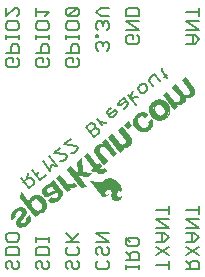
<source format=gbr>
G04 EAGLE Gerber RS-274X export*
G75*
%MOMM*%
%FSLAX34Y34*%
%LPD*%
%INSilkscreen Bottom*%
%IPPOS*%
%AMOC8*
5,1,8,0,0,1.08239X$1,22.5*%
G01*
%ADD10C,0.203200*%
%ADD11C,0.025400*%
%ADD12R,0.495300X0.485100*%

G36*
X100862Y86896D02*
X100862Y86896D01*
X100872Y86900D01*
X100883Y86899D01*
X101737Y87073D01*
X101746Y87080D01*
X101760Y87080D01*
X102564Y87415D01*
X102573Y87423D01*
X102586Y87426D01*
X103311Y87909D01*
X103317Y87918D01*
X103328Y87922D01*
X103985Y88544D01*
X103989Y88553D01*
X103998Y88558D01*
X104554Y89271D01*
X104557Y89282D01*
X104566Y89290D01*
X104683Y89509D01*
X104870Y89848D01*
X104870Y89849D01*
X105132Y90334D01*
X105133Y90349D01*
X105143Y90363D01*
X105277Y90897D01*
X105276Y90905D01*
X105280Y90913D01*
X105284Y90947D01*
X105285Y90949D01*
X105285Y90950D01*
X105286Y90950D01*
X105271Y90997D01*
X105258Y91043D01*
X105257Y91044D01*
X105257Y91045D01*
X105213Y91067D01*
X105171Y91089D01*
X105170Y91089D01*
X105169Y91090D01*
X105126Y91077D01*
X105084Y91064D01*
X105083Y91064D01*
X105083Y91063D01*
X105082Y91063D01*
X104607Y90692D01*
X104169Y90422D01*
X103698Y90230D01*
X103162Y90135D01*
X102622Y90183D01*
X102114Y90370D01*
X101671Y90682D01*
X101475Y90913D01*
X101337Y91186D01*
X101195Y91702D01*
X101136Y92238D01*
X101160Y92776D01*
X101267Y93309D01*
X101577Y94377D01*
X101808Y94874D01*
X102165Y95277D01*
X102625Y95563D01*
X102802Y95619D01*
X103239Y95645D01*
X103664Y95547D01*
X103762Y95492D01*
X103849Y95408D01*
X104391Y94714D01*
X104429Y94693D01*
X104466Y94668D01*
X104472Y94669D01*
X104477Y94666D01*
X104519Y94679D01*
X104563Y94688D01*
X104566Y94693D01*
X104571Y94695D01*
X104585Y94721D01*
X104613Y94764D01*
X104933Y96183D01*
X104931Y96196D01*
X104937Y96209D01*
X104951Y97663D01*
X104946Y97674D01*
X104949Y97686D01*
X104769Y98731D01*
X104764Y98739D01*
X104764Y98749D01*
X104432Y99756D01*
X104426Y99763D01*
X104425Y99773D01*
X103947Y100720D01*
X103940Y100726D01*
X103937Y100737D01*
X102797Y102294D01*
X102787Y102300D01*
X102782Y102311D01*
X101380Y103636D01*
X101370Y103640D01*
X101362Y103651D01*
X99744Y104701D01*
X99733Y104703D01*
X99724Y104712D01*
X97943Y105453D01*
X97933Y105453D01*
X97924Y105460D01*
X96546Y105787D01*
X96537Y105786D01*
X96528Y105790D01*
X95117Y105921D01*
X95109Y105919D01*
X95100Y105922D01*
X93684Y105853D01*
X93675Y105849D01*
X93664Y105850D01*
X92325Y105566D01*
X92316Y105559D01*
X92303Y105559D01*
X91038Y105037D01*
X91030Y105029D01*
X91018Y105027D01*
X89867Y104285D01*
X89864Y104280D01*
X89858Y104279D01*
X88065Y102878D01*
X87735Y102702D01*
X87381Y102586D01*
X86238Y102440D01*
X85083Y102531D01*
X77869Y103852D01*
X77864Y103851D01*
X77860Y103853D01*
X77817Y103840D01*
X77773Y103830D01*
X77771Y103826D01*
X77766Y103825D01*
X77745Y103785D01*
X77722Y103746D01*
X77723Y103742D01*
X77721Y103737D01*
X77743Y103662D01*
X77746Y103651D01*
X77747Y103651D01*
X77747Y103650D01*
X87083Y91701D01*
X87088Y91698D01*
X87090Y91693D01*
X87656Y91080D01*
X87668Y91075D01*
X87676Y91063D01*
X88358Y90581D01*
X88370Y90579D01*
X88381Y90568D01*
X89147Y90239D01*
X89160Y90239D01*
X89172Y90231D01*
X89880Y90087D01*
X89892Y90089D01*
X89906Y90084D01*
X90629Y90085D01*
X90640Y90090D01*
X90654Y90088D01*
X91362Y90234D01*
X91372Y90241D01*
X91386Y90242D01*
X92051Y90527D01*
X92058Y90535D01*
X92071Y90538D01*
X92856Y91059D01*
X92862Y91067D01*
X92872Y91071D01*
X93567Y91707D01*
X93570Y91712D01*
X93574Y91714D01*
X93908Y92072D01*
X93924Y92115D01*
X93942Y92157D01*
X93941Y92160D01*
X93942Y92164D01*
X93922Y92205D01*
X93905Y92248D01*
X93901Y92249D01*
X93899Y92253D01*
X93856Y92267D01*
X93813Y92284D01*
X93809Y92282D01*
X93806Y92284D01*
X93768Y92265D01*
X93729Y92249D01*
X93614Y92140D01*
X93488Y92077D01*
X93340Y92051D01*
X92322Y92015D01*
X92159Y92033D01*
X92017Y92097D01*
X91688Y92367D01*
X91425Y92704D01*
X91242Y93089D01*
X91156Y93535D01*
X91200Y93985D01*
X91453Y94647D01*
X91860Y95227D01*
X92398Y95693D01*
X92938Y95991D01*
X93523Y96196D01*
X94131Y96300D01*
X94691Y96274D01*
X95222Y96106D01*
X95692Y95806D01*
X96068Y95394D01*
X96325Y94900D01*
X96446Y94356D01*
X96421Y93785D01*
X96226Y91676D01*
X96229Y91667D01*
X96225Y91656D01*
X96373Y89540D01*
X96379Y89528D01*
X96378Y89514D01*
X96581Y88800D01*
X96590Y88788D01*
X96593Y88771D01*
X96967Y88131D01*
X96979Y88121D01*
X96986Y88105D01*
X97508Y87578D01*
X97522Y87572D01*
X97533Y87559D01*
X98170Y87178D01*
X98185Y87176D01*
X98199Y87165D01*
X98911Y86955D01*
X98922Y86956D01*
X98934Y86950D01*
X99888Y86860D01*
X99896Y86862D01*
X99905Y86859D01*
X100862Y86896D01*
G37*
G36*
X31399Y72853D02*
X31399Y72853D01*
X31441Y72858D01*
X34957Y74670D01*
X34966Y74682D01*
X34981Y74686D01*
X34997Y74718D01*
X35020Y74746D01*
X35018Y74761D01*
X35025Y74774D01*
X35012Y74814D01*
X35009Y74844D01*
X35001Y74850D01*
X34997Y74861D01*
X33798Y76357D01*
X33995Y76322D01*
X33996Y76322D01*
X33997Y76322D01*
X35291Y76109D01*
X35298Y76110D01*
X35305Y76107D01*
X35761Y76081D01*
X35772Y76085D01*
X35785Y76082D01*
X36238Y76141D01*
X36246Y76146D01*
X36256Y76145D01*
X37625Y76538D01*
X37634Y76545D01*
X37646Y76546D01*
X38089Y76762D01*
X38097Y76772D01*
X38110Y76775D01*
X39686Y77975D01*
X39692Y77985D01*
X39703Y77991D01*
X40444Y78803D01*
X40449Y78815D01*
X40451Y78816D01*
X40452Y78817D01*
X40460Y78824D01*
X41021Y79770D01*
X41022Y79780D01*
X41030Y79789D01*
X41408Y80771D01*
X41408Y80779D01*
X41413Y80786D01*
X41660Y81809D01*
X41659Y81820D01*
X41664Y81831D01*
X41739Y83019D01*
X41735Y83032D01*
X41738Y83046D01*
X41555Y84223D01*
X41548Y84233D01*
X41548Y84247D01*
X40779Y86327D01*
X40771Y86336D01*
X40769Y86348D01*
X39637Y88256D01*
X39628Y88262D01*
X39624Y88274D01*
X38167Y89947D01*
X38157Y89952D01*
X38151Y89963D01*
X37049Y90848D01*
X37039Y90851D01*
X37031Y90861D01*
X35792Y91543D01*
X35782Y91544D01*
X35772Y91552D01*
X34435Y92010D01*
X34424Y92009D01*
X34414Y92015D01*
X33461Y92167D01*
X33450Y92164D01*
X33439Y92168D01*
X32474Y92156D01*
X32464Y92152D01*
X32453Y92154D01*
X31503Y91979D01*
X31494Y91973D01*
X31483Y91973D01*
X30577Y91639D01*
X30570Y91632D01*
X30559Y91631D01*
X29487Y91033D01*
X29482Y91026D01*
X29472Y91024D01*
X28495Y90282D01*
X28490Y90274D01*
X28481Y90270D01*
X27618Y89398D01*
X27614Y89388D01*
X27603Y89381D01*
X27101Y88653D01*
X27098Y88640D01*
X27088Y88629D01*
X26751Y87811D01*
X26751Y87798D01*
X26743Y87785D01*
X26586Y86914D01*
X26589Y86902D01*
X26584Y86888D01*
X26585Y86853D01*
X26615Y86003D01*
X26616Y86001D01*
X19780Y94751D01*
X19739Y94774D01*
X19698Y94799D01*
X19696Y94798D01*
X19694Y94799D01*
X19648Y94785D01*
X19603Y94773D01*
X19602Y94771D01*
X19599Y94770D01*
X19589Y94750D01*
X19556Y94695D01*
X18592Y89204D01*
X18594Y89198D01*
X18591Y89192D01*
X18609Y89130D01*
X18615Y89108D01*
X18616Y89107D01*
X18617Y89105D01*
X31236Y72953D01*
X31284Y72892D01*
X31319Y72872D01*
X31351Y72848D01*
X31361Y72849D01*
X31370Y72844D01*
X31399Y72853D01*
G37*
G36*
X149680Y163815D02*
X149680Y163815D01*
X152822Y166270D01*
X152823Y166272D01*
X152825Y166273D01*
X152847Y166315D01*
X152869Y166356D01*
X152869Y166358D01*
X152870Y166360D01*
X152843Y166447D01*
X151580Y168065D01*
X151608Y168078D01*
X152089Y167952D01*
X152097Y167953D01*
X152104Y167949D01*
X153189Y167798D01*
X153196Y167800D01*
X153204Y167797D01*
X154181Y167784D01*
X154195Y167790D01*
X154212Y167788D01*
X155162Y168017D01*
X155172Y168024D01*
X155186Y168025D01*
X156203Y168497D01*
X156208Y168503D01*
X156218Y168505D01*
X157377Y169250D01*
X157383Y169258D01*
X157394Y169262D01*
X158105Y169906D01*
X158110Y169918D01*
X158122Y169925D01*
X158689Y170699D01*
X158692Y170711D01*
X158702Y170720D01*
X159076Y171524D01*
X159076Y171536D01*
X159084Y171547D01*
X159298Y172408D01*
X159296Y172420D01*
X159301Y172432D01*
X159348Y173317D01*
X159344Y173329D01*
X159347Y173342D01*
X159241Y174094D01*
X159301Y174087D01*
X159955Y173989D01*
X159958Y173989D01*
X159961Y173988D01*
X161049Y173875D01*
X161058Y173877D01*
X161067Y173874D01*
X162161Y173919D01*
X162170Y173923D01*
X162182Y173921D01*
X163058Y174108D01*
X163068Y174114D01*
X163081Y174115D01*
X163906Y174465D01*
X163915Y174474D01*
X163928Y174477D01*
X164670Y174979D01*
X164675Y174987D01*
X164685Y174991D01*
X165627Y175863D01*
X165630Y175870D01*
X165637Y175874D01*
X166477Y176845D01*
X166480Y176855D01*
X166489Y176862D01*
X166971Y177653D01*
X166973Y177666D01*
X166983Y177678D01*
X167280Y178555D01*
X167279Y178568D01*
X167286Y178582D01*
X167386Y179502D01*
X167382Y179515D01*
X167386Y179529D01*
X167271Y180631D01*
X167265Y180642D01*
X167266Y180656D01*
X166931Y181713D01*
X166923Y181723D01*
X166921Y181737D01*
X166379Y182703D01*
X166371Y182709D01*
X166368Y182719D01*
X159238Y191846D01*
X159236Y191847D01*
X159235Y191849D01*
X159193Y191871D01*
X159152Y191894D01*
X159149Y191893D01*
X159148Y191894D01*
X159060Y191868D01*
X155718Y189256D01*
X155717Y189254D01*
X155715Y189254D01*
X155693Y189211D01*
X155670Y189170D01*
X155670Y189168D01*
X155669Y189166D01*
X155696Y189079D01*
X162025Y180979D01*
X162482Y180220D01*
X162743Y179380D01*
X162772Y178917D01*
X162695Y178459D01*
X162515Y178031D01*
X162240Y177654D01*
X161569Y177044D01*
X160802Y176561D01*
X160401Y176408D01*
X159979Y176345D01*
X159552Y176374D01*
X158923Y176553D01*
X158343Y176853D01*
X157832Y177265D01*
X157093Y178089D01*
X151231Y185591D01*
X151230Y185592D01*
X151229Y185594D01*
X151225Y185596D01*
X151225Y185597D01*
X151221Y185599D01*
X151186Y185616D01*
X151145Y185639D01*
X151143Y185638D01*
X151141Y185639D01*
X151054Y185613D01*
X147652Y182954D01*
X147651Y182953D01*
X147648Y182952D01*
X147643Y182941D01*
X147641Y182940D01*
X147636Y182927D01*
X147627Y182910D01*
X147604Y182868D01*
X147604Y182866D01*
X147603Y182864D01*
X147607Y182853D01*
X147605Y182848D01*
X147614Y182829D01*
X147630Y182777D01*
X154130Y174457D01*
X154476Y173885D01*
X154675Y173256D01*
X154720Y172596D01*
X154643Y172132D01*
X154464Y171697D01*
X154193Y171312D01*
X153837Y170994D01*
X153138Y170511D01*
X152740Y170304D01*
X152312Y170196D01*
X151869Y170187D01*
X150642Y170427D01*
X150088Y170676D01*
X149620Y171061D01*
X149261Y171570D01*
X149258Y171571D01*
X149258Y171574D01*
X143221Y179301D01*
X143219Y179302D01*
X143218Y179304D01*
X143176Y179326D01*
X143135Y179349D01*
X143133Y179348D01*
X143131Y179349D01*
X143044Y179323D01*
X139641Y176664D01*
X139640Y176662D01*
X139638Y176662D01*
X139616Y176619D01*
X139593Y176578D01*
X139594Y176576D01*
X139593Y176574D01*
X139619Y176487D01*
X149503Y163837D01*
X149504Y163836D01*
X149505Y163834D01*
X149548Y163812D01*
X149589Y163789D01*
X149591Y163790D01*
X149593Y163789D01*
X149680Y163815D01*
G37*
G36*
X47342Y85307D02*
X47342Y85307D01*
X47353Y85312D01*
X47365Y85310D01*
X48604Y85607D01*
X48612Y85613D01*
X48623Y85613D01*
X49797Y86106D01*
X49803Y86113D01*
X49813Y86115D01*
X51316Y87018D01*
X51321Y87025D01*
X51329Y87027D01*
X52706Y88114D01*
X52710Y88121D01*
X52718Y88124D01*
X52791Y88198D01*
X52915Y88325D01*
X53039Y88451D01*
X53163Y88577D01*
X53287Y88703D01*
X53287Y88704D01*
X53410Y88830D01*
X53411Y88830D01*
X53658Y89082D01*
X53782Y89208D01*
X53906Y89335D01*
X53946Y89376D01*
X53950Y89385D01*
X53959Y89391D01*
X54812Y90596D01*
X54814Y90608D01*
X54824Y90618D01*
X55424Y91967D01*
X55425Y91980D01*
X55433Y91993D01*
X55578Y92719D01*
X55575Y92734D01*
X55581Y92750D01*
X55545Y93490D01*
X55538Y93504D01*
X55539Y93521D01*
X55325Y94230D01*
X55315Y94241D01*
X55312Y94258D01*
X54931Y94893D01*
X54925Y94898D01*
X54922Y94906D01*
X51951Y98709D01*
X51949Y98710D01*
X51949Y98712D01*
X51934Y98720D01*
X51908Y98805D01*
X49217Y102208D01*
X48474Y103325D01*
X47952Y104561D01*
X47888Y104763D01*
X47872Y104781D01*
X47864Y104805D01*
X47841Y104817D01*
X47824Y104837D01*
X47799Y104839D01*
X47777Y104850D01*
X47749Y104842D01*
X47725Y104844D01*
X47711Y104830D01*
X47690Y104824D01*
X44511Y102340D01*
X44481Y102321D01*
X44464Y102296D01*
X44435Y102269D01*
X44418Y102231D01*
X44416Y102201D01*
X44413Y102187D01*
X44406Y102170D01*
X44407Y102167D01*
X44406Y102163D01*
X44411Y102121D01*
X44419Y102106D01*
X44420Y102086D01*
X44533Y101819D01*
X44535Y101817D01*
X44535Y101813D01*
X44990Y100863D01*
X44997Y100839D01*
X44995Y100831D01*
X44990Y100824D01*
X44982Y100819D01*
X44954Y100817D01*
X43869Y100862D01*
X43858Y100858D01*
X43845Y100861D01*
X42764Y100700D01*
X42754Y100694D01*
X42740Y100695D01*
X41708Y100335D01*
X41700Y100327D01*
X41687Y100326D01*
X40265Y99520D01*
X40258Y99511D01*
X40247Y99508D01*
X38982Y98471D01*
X38976Y98460D01*
X38964Y98454D01*
X38073Y97366D01*
X38069Y97353D01*
X38058Y97342D01*
X37431Y96084D01*
X37430Y96071D01*
X37421Y96059D01*
X37278Y95513D01*
X37280Y95502D01*
X37274Y95490D01*
X37236Y94927D01*
X37240Y94916D01*
X37237Y94903D01*
X37304Y94343D01*
X37309Y94333D01*
X37309Y94320D01*
X37626Y93308D01*
X37634Y93299D01*
X37635Y93287D01*
X38129Y92348D01*
X38138Y92340D01*
X38142Y92328D01*
X38797Y91494D01*
X38809Y91487D01*
X38814Y91479D01*
X38815Y91475D01*
X38816Y91475D01*
X39558Y90860D01*
X39572Y90856D01*
X39584Y90843D01*
X40452Y90428D01*
X40466Y90427D01*
X40479Y90419D01*
X41247Y90245D01*
X41259Y90247D01*
X41272Y90242D01*
X42058Y90225D01*
X42070Y90230D01*
X42084Y90227D01*
X42858Y90368D01*
X42867Y90373D01*
X42878Y90373D01*
X44347Y90906D01*
X44353Y90912D01*
X44362Y90913D01*
X45745Y91640D01*
X45748Y91644D01*
X45753Y91645D01*
X47632Y92823D01*
X48800Y93449D01*
X49271Y93608D01*
X49760Y93677D01*
X50145Y93646D01*
X50245Y93615D01*
X50338Y93565D01*
X50746Y93223D01*
X51074Y92804D01*
X51307Y92325D01*
X51390Y91992D01*
X51405Y91649D01*
X51350Y91310D01*
X51221Y90964D01*
X51028Y90650D01*
X50775Y90375D01*
X49737Y89502D01*
X49241Y89182D01*
X48698Y88967D01*
X48175Y88882D01*
X47649Y88923D01*
X47147Y89086D01*
X46697Y89363D01*
X46320Y89743D01*
X46294Y89777D01*
X46292Y89778D01*
X46292Y89780D01*
X46250Y89801D01*
X46208Y89824D01*
X46206Y89824D01*
X46204Y89825D01*
X46117Y89798D01*
X46077Y89767D01*
X42853Y87249D01*
X42852Y87249D01*
X42813Y87231D01*
X42771Y87217D01*
X42768Y87211D01*
X42762Y87208D01*
X42752Y87180D01*
X42730Y87136D01*
X42726Y87100D01*
X42743Y87045D01*
X42755Y87006D01*
X42796Y86985D01*
X42839Y86963D01*
X43484Y86335D01*
X43495Y86331D01*
X43504Y86319D01*
X44347Y85783D01*
X44360Y85781D01*
X44370Y85771D01*
X45306Y85419D01*
X45318Y85419D01*
X45331Y85412D01*
X46318Y85258D01*
X46331Y85261D01*
X46344Y85256D01*
X47342Y85307D01*
G37*
G36*
X70691Y98079D02*
X70691Y98079D01*
X70708Y98075D01*
X75425Y98762D01*
X75454Y98780D01*
X75487Y98790D01*
X75495Y98805D01*
X75509Y98813D01*
X75516Y98847D01*
X75532Y98878D01*
X75527Y98894D01*
X75531Y98909D01*
X75516Y98932D01*
X75506Y98965D01*
X68469Y107972D01*
X76153Y107029D01*
X76156Y107029D01*
X76159Y107028D01*
X76246Y107054D01*
X79929Y109932D01*
X79930Y109934D01*
X79932Y109934D01*
X79954Y109977D01*
X79977Y110018D01*
X79977Y110020D01*
X79977Y110022D01*
X79962Y110067D01*
X79949Y110112D01*
X79947Y110113D01*
X79946Y110115D01*
X79866Y110157D01*
X71954Y111039D01*
X71061Y122898D01*
X71043Y122933D01*
X71031Y122970D01*
X71021Y122975D01*
X71016Y122985D01*
X70978Y122997D01*
X70944Y123014D01*
X70932Y123011D01*
X70921Y123014D01*
X70895Y122999D01*
X70857Y122987D01*
X66869Y119840D01*
X66860Y119824D01*
X66844Y119814D01*
X66835Y119779D01*
X66822Y119754D01*
X66826Y119741D01*
X66822Y119726D01*
X67783Y111621D01*
X65489Y111869D01*
X62238Y116030D01*
X62160Y116130D01*
X62158Y116131D01*
X62157Y116133D01*
X62115Y116155D01*
X62074Y116178D01*
X62072Y116177D01*
X62070Y116178D01*
X61982Y116152D01*
X58720Y113603D01*
X58719Y113600D01*
X58715Y113599D01*
X58673Y113519D01*
X58664Y113447D01*
X58665Y113444D01*
X58663Y113441D01*
X58690Y113354D01*
X70590Y98122D01*
X70608Y98112D01*
X70619Y98095D01*
X70653Y98087D01*
X70676Y98074D01*
X70691Y98079D01*
G37*
G36*
X89744Y117503D02*
X89744Y117503D01*
X93006Y120052D01*
X93007Y120054D01*
X93009Y120055D01*
X93031Y120097D01*
X93054Y120138D01*
X93053Y120140D01*
X93054Y120142D01*
X93028Y120229D01*
X86873Y128107D01*
X86479Y128853D01*
X86276Y129668D01*
X86268Y130122D01*
X86351Y130569D01*
X86524Y130989D01*
X86929Y131589D01*
X87447Y132095D01*
X88056Y132486D01*
X88731Y132745D01*
X89311Y132832D01*
X89894Y132784D01*
X90451Y132603D01*
X90955Y132298D01*
X91873Y131488D01*
X92690Y130566D01*
X97801Y124023D01*
X97803Y124022D01*
X97804Y124020D01*
X97846Y123998D01*
X97887Y123976D01*
X97889Y123976D01*
X97891Y123975D01*
X97978Y124002D01*
X101301Y126597D01*
X101302Y126599D01*
X101304Y126600D01*
X101306Y126604D01*
X101308Y126605D01*
X101314Y126621D01*
X101326Y126642D01*
X101348Y126683D01*
X101348Y126686D01*
X101349Y126687D01*
X101322Y126775D01*
X91705Y139084D01*
X91703Y139085D01*
X91703Y139087D01*
X91660Y139109D01*
X91619Y139132D01*
X91617Y139131D01*
X91615Y139132D01*
X91528Y139106D01*
X88366Y136635D01*
X88365Y136633D01*
X88362Y136633D01*
X88361Y136629D01*
X88358Y136628D01*
X88353Y136615D01*
X88341Y136590D01*
X88318Y136549D01*
X88318Y136547D01*
X88317Y136545D01*
X88344Y136458D01*
X89610Y134837D01*
X88816Y135030D01*
X88807Y135029D01*
X88798Y135033D01*
X87664Y135142D01*
X87655Y135139D01*
X87646Y135143D01*
X86507Y135089D01*
X86499Y135085D01*
X86488Y135087D01*
X86219Y135032D01*
X86211Y135026D01*
X86199Y135026D01*
X85943Y134928D01*
X85936Y134922D01*
X85926Y134920D01*
X84624Y134187D01*
X84619Y134180D01*
X84610Y134178D01*
X83414Y133282D01*
X83409Y133273D01*
X83399Y133268D01*
X83352Y133219D01*
X83230Y133093D01*
X83109Y132967D01*
X82987Y132841D01*
X82987Y132840D01*
X82866Y132714D01*
X82744Y132588D01*
X82675Y132516D01*
X82671Y132505D01*
X82660Y132497D01*
X82094Y131620D01*
X82092Y131608D01*
X82083Y131598D01*
X81696Y130629D01*
X81696Y130616D01*
X81689Y130604D01*
X81629Y130268D01*
X81632Y130256D01*
X81627Y130243D01*
X81652Y129139D01*
X81657Y129128D01*
X81655Y129116D01*
X81880Y128035D01*
X81887Y128025D01*
X81887Y128012D01*
X82305Y126990D01*
X82313Y126982D01*
X82316Y126970D01*
X82914Y126041D01*
X82918Y126038D01*
X82920Y126032D01*
X89566Y117525D01*
X89568Y117524D01*
X89569Y117522D01*
X89611Y117500D01*
X89652Y117477D01*
X89654Y117478D01*
X89656Y117477D01*
X89744Y117503D01*
G37*
G36*
X103278Y128111D02*
X103278Y128111D01*
X106460Y130597D01*
X106461Y130599D01*
X106463Y130599D01*
X106485Y130642D01*
X106508Y130683D01*
X106507Y130685D01*
X106508Y130687D01*
X106482Y130774D01*
X105209Y132403D01*
X105260Y132406D01*
X105432Y132369D01*
X105884Y132242D01*
X105889Y132243D01*
X105893Y132240D01*
X106501Y132115D01*
X106509Y132117D01*
X106517Y132113D01*
X107137Y132069D01*
X107147Y132072D01*
X107158Y132069D01*
X108216Y132175D01*
X108227Y132181D01*
X108242Y132180D01*
X109254Y132503D01*
X109264Y132511D01*
X109278Y132513D01*
X110203Y133039D01*
X110209Y133047D01*
X110220Y133051D01*
X111770Y134325D01*
X111776Y134336D01*
X111787Y134342D01*
X112430Y135105D01*
X112435Y135118D01*
X112446Y135129D01*
X112899Y136019D01*
X112900Y136033D01*
X112909Y136046D01*
X113148Y137016D01*
X113146Y137028D01*
X113151Y137041D01*
X113183Y137795D01*
X113180Y137803D01*
X113182Y137809D01*
X113181Y137812D01*
X113182Y137816D01*
X113085Y138565D01*
X113080Y138574D01*
X113080Y138586D01*
X112858Y139308D01*
X112852Y139315D01*
X112851Y139325D01*
X112359Y140345D01*
X112352Y140351D01*
X112350Y140360D01*
X111727Y141305D01*
X111722Y141308D01*
X111721Y141313D01*
X105231Y149620D01*
X105229Y149621D01*
X105228Y149623D01*
X105186Y149645D01*
X105145Y149668D01*
X105143Y149667D01*
X105141Y149668D01*
X105054Y149642D01*
X101832Y147124D01*
X101831Y147122D01*
X101828Y147122D01*
X101822Y147110D01*
X101821Y147109D01*
X101819Y147103D01*
X101807Y147079D01*
X101784Y147038D01*
X101784Y147036D01*
X101783Y147034D01*
X101787Y147021D01*
X101786Y147017D01*
X101794Y147000D01*
X101810Y146947D01*
X107749Y139345D01*
X108139Y138740D01*
X108413Y138080D01*
X108564Y137383D01*
X108568Y136897D01*
X108464Y136423D01*
X108255Y135984D01*
X108066Y135739D01*
X107827Y135531D01*
X106926Y134889D01*
X106434Y134616D01*
X105902Y134459D01*
X105348Y134425D01*
X104591Y134556D01*
X103886Y134866D01*
X103254Y135324D01*
X102709Y135893D01*
X102291Y136427D01*
X96943Y143273D01*
X96941Y143274D01*
X96940Y143276D01*
X96898Y143298D01*
X96857Y143320D01*
X96855Y143320D01*
X96853Y143321D01*
X96766Y143294D01*
X93443Y140699D01*
X93442Y140697D01*
X93440Y140696D01*
X93418Y140654D01*
X93395Y140613D01*
X93396Y140611D01*
X93395Y140609D01*
X93421Y140521D01*
X103101Y128132D01*
X103103Y128131D01*
X103103Y128129D01*
X103146Y128107D01*
X103187Y128085D01*
X103189Y128085D01*
X103191Y128084D01*
X103278Y128111D01*
G37*
G36*
X140352Y156189D02*
X140352Y156189D01*
X140369Y156201D01*
X140392Y156205D01*
X141662Y156972D01*
X141666Y156979D01*
X141674Y156981D01*
X141715Y157012D01*
X141725Y157032D01*
X141746Y157048D01*
X141815Y157165D01*
X141819Y157194D01*
X141832Y157220D01*
X141825Y157243D01*
X141828Y157263D01*
X141814Y157281D01*
X141806Y157307D01*
X140007Y159609D01*
X139970Y159630D01*
X139934Y159655D01*
X139927Y159653D01*
X139921Y159657D01*
X139892Y159648D01*
X139844Y159640D01*
X138890Y159084D01*
X137593Y158878D01*
X136305Y159247D01*
X135446Y159704D01*
X134322Y160697D01*
X133138Y162130D01*
X132507Y163222D01*
X132095Y164357D01*
X131887Y165497D01*
X132565Y167307D01*
X133806Y168558D01*
X135550Y169169D01*
X137004Y169061D01*
X138177Y168442D01*
X139425Y167452D01*
X140303Y166330D01*
X141293Y164656D01*
X141699Y162927D01*
X141540Y161775D01*
X141105Y160785D01*
X140230Y159976D01*
X140155Y159917D01*
X140153Y159914D01*
X140150Y159913D01*
X140129Y159872D01*
X140107Y159831D01*
X140108Y159828D01*
X140106Y159825D01*
X140134Y159738D01*
X142003Y157427D01*
X142011Y157423D01*
X142015Y157414D01*
X142054Y157400D01*
X142090Y157381D01*
X142099Y157384D01*
X142108Y157380D01*
X142156Y157402D01*
X142184Y157411D01*
X142186Y157415D01*
X142191Y157418D01*
X143616Y158853D01*
X143621Y158865D01*
X143632Y158873D01*
X144570Y160315D01*
X144572Y160331D01*
X144584Y160346D01*
X145301Y162646D01*
X145300Y162662D01*
X145307Y162678D01*
X145385Y164351D01*
X145379Y164367D01*
X145382Y164387D01*
X144763Y166870D01*
X144753Y166884D01*
X144749Y166904D01*
X143625Y168798D01*
X143613Y168807D01*
X143606Y168823D01*
X142108Y170327D01*
X142099Y170331D01*
X142093Y170340D01*
X140036Y171859D01*
X140019Y171863D01*
X140004Y171876D01*
X138566Y172396D01*
X138551Y172395D01*
X138535Y172403D01*
X136891Y172569D01*
X136882Y172566D01*
X136872Y172569D01*
X135507Y172502D01*
X135492Y172494D01*
X135472Y172495D01*
X133620Y171854D01*
X133610Y171844D01*
X133594Y171841D01*
X131456Y170493D01*
X131448Y170481D01*
X131433Y170474D01*
X129321Y168309D01*
X129312Y168287D01*
X129293Y168264D01*
X128146Y165112D01*
X128147Y165087D01*
X128139Y165057D01*
X128410Y162111D01*
X128422Y162089D01*
X128426Y162061D01*
X130337Y158623D01*
X130355Y158609D01*
X130368Y158586D01*
X133198Y156285D01*
X133222Y156278D01*
X133247Y156260D01*
X136602Y155432D01*
X136627Y155436D01*
X136658Y155431D01*
X140352Y156189D01*
G37*
G36*
X19921Y64082D02*
X19921Y64082D01*
X19932Y64087D01*
X19945Y64084D01*
X21356Y64358D01*
X21366Y64364D01*
X21378Y64364D01*
X22717Y64889D01*
X22725Y64897D01*
X22738Y64899D01*
X23960Y65658D01*
X23964Y65663D01*
X23971Y65666D01*
X25392Y66776D01*
X25395Y66781D01*
X25401Y66784D01*
X26413Y67751D01*
X26417Y67761D01*
X26427Y67767D01*
X27265Y68889D01*
X27268Y68901D01*
X27277Y68910D01*
X27811Y70009D01*
X27811Y70022D01*
X27820Y70034D01*
X28110Y71222D01*
X28108Y71233D01*
X28113Y71244D01*
X28145Y71770D01*
X28142Y71778D01*
X28144Y71785D01*
X28144Y71787D01*
X28144Y71789D01*
X28097Y72314D01*
X28093Y72322D01*
X28094Y72333D01*
X27890Y73173D01*
X27887Y73177D01*
X27887Y73182D01*
X27704Y73747D01*
X27681Y73773D01*
X27666Y73804D01*
X27650Y73809D01*
X27649Y73824D01*
X27645Y73828D01*
X27643Y73835D01*
X27265Y74442D01*
X27258Y74448D01*
X27255Y74456D01*
X27219Y74475D01*
X27185Y74499D01*
X27176Y74497D01*
X27168Y74501D01*
X27116Y74486D01*
X27088Y74480D01*
X27085Y74477D01*
X27080Y74475D01*
X24018Y72083D01*
X24012Y72072D01*
X24006Y72069D01*
X23996Y72043D01*
X23995Y72041D01*
X23971Y72000D01*
X23971Y71998D01*
X23970Y71996D01*
X23974Y71985D01*
X23971Y71977D01*
X23982Y71954D01*
X23992Y71911D01*
X24140Y71697D01*
X24246Y71472D01*
X24343Y71102D01*
X24365Y70721D01*
X24311Y70343D01*
X24144Y69869D01*
X23892Y69434D01*
X23563Y69051D01*
X22922Y68494D01*
X22226Y68006D01*
X21819Y67797D01*
X21389Y67659D01*
X21031Y67629D01*
X20683Y67696D01*
X20350Y67870D01*
X20083Y68134D01*
X19907Y68465D01*
X19830Y68862D01*
X19873Y69267D01*
X20148Y70011D01*
X20574Y70688D01*
X21919Y72252D01*
X21919Y72253D01*
X21920Y72254D01*
X23043Y73615D01*
X23046Y73623D01*
X23053Y73628D01*
X23982Y75128D01*
X23983Y75137D01*
X23990Y75144D01*
X24337Y75929D01*
X24337Y75938D01*
X24343Y75946D01*
X24575Y76772D01*
X24573Y76783D01*
X24579Y76794D01*
X24625Y77275D01*
X24623Y77282D01*
X24625Y77288D01*
X24623Y77293D01*
X24625Y77301D01*
X24570Y77781D01*
X24563Y77793D01*
X24563Y77808D01*
X24212Y78807D01*
X24202Y78818D01*
X24199Y78834D01*
X23624Y79723D01*
X23615Y79728D01*
X23611Y79739D01*
X22910Y80512D01*
X22902Y80516D01*
X22898Y80525D01*
X22376Y80960D01*
X22365Y80964D01*
X22356Y80974D01*
X21762Y81303D01*
X21750Y81304D01*
X21740Y81312D01*
X21094Y81523D01*
X21082Y81522D01*
X21071Y81529D01*
X20042Y81667D01*
X20031Y81664D01*
X20020Y81668D01*
X18982Y81627D01*
X18972Y81622D01*
X18960Y81624D01*
X17945Y81403D01*
X17936Y81397D01*
X17924Y81397D01*
X16962Y81004D01*
X16956Y80998D01*
X16947Y80996D01*
X15799Y80330D01*
X15795Y80325D01*
X15788Y80323D01*
X14714Y79544D01*
X14710Y79538D01*
X14703Y79535D01*
X12791Y77815D01*
X12787Y77806D01*
X12777Y77801D01*
X12182Y77067D01*
X12179Y77054D01*
X12168Y77045D01*
X11738Y76204D01*
X11737Y76195D01*
X11731Y76188D01*
X11259Y74853D01*
X11260Y74844D01*
X11255Y74837D01*
X11114Y74181D01*
X11117Y74169D01*
X11111Y74156D01*
X11102Y73485D01*
X11107Y73474D01*
X11105Y73460D01*
X11227Y72801D01*
X11233Y72793D01*
X11232Y72782D01*
X11674Y71516D01*
X11680Y71509D01*
X11682Y71498D01*
X11961Y70975D01*
X11966Y70971D01*
X11967Y70964D01*
X12167Y70668D01*
X12173Y70664D01*
X12175Y70657D01*
X12201Y70644D01*
X12221Y70623D01*
X12222Y70623D01*
X12224Y70622D01*
X12238Y70622D01*
X12249Y70614D01*
X12256Y70616D01*
X12262Y70612D01*
X12293Y70622D01*
X12319Y70621D01*
X12320Y70623D01*
X12322Y70623D01*
X12333Y70633D01*
X12345Y70636D01*
X12347Y70638D01*
X12349Y70639D01*
X15392Y73016D01*
X15393Y73018D01*
X15395Y73019D01*
X15417Y73061D01*
X15440Y73102D01*
X15439Y73104D01*
X15440Y73106D01*
X15414Y73193D01*
X15384Y73231D01*
X15102Y73639D01*
X14932Y74094D01*
X14878Y74577D01*
X14954Y75198D01*
X15162Y75789D01*
X15492Y76321D01*
X15535Y76365D01*
X15659Y76491D01*
X15784Y76617D01*
X15889Y76724D01*
X16938Y77543D01*
X17458Y77856D01*
X18026Y78050D01*
X18622Y78120D01*
X19024Y78073D01*
X19400Y77930D01*
X19730Y77698D01*
X19991Y77390D01*
X20168Y77027D01*
X20248Y76631D01*
X20227Y76227D01*
X20104Y75839D01*
X19521Y74787D01*
X18784Y73822D01*
X16454Y70907D01*
X16452Y70899D01*
X16445Y70894D01*
X15997Y70155D01*
X15995Y70146D01*
X15988Y70138D01*
X15659Y69339D01*
X15659Y69330D01*
X15653Y69321D01*
X15451Y68481D01*
X15453Y68470D01*
X15448Y68458D01*
X15420Y67947D01*
X15424Y67935D01*
X15421Y67921D01*
X15500Y67416D01*
X15507Y67405D01*
X15506Y67390D01*
X15688Y66912D01*
X15697Y66903D01*
X15700Y66889D01*
X16316Y65928D01*
X16326Y65921D01*
X16332Y65908D01*
X17132Y65094D01*
X17143Y65089D01*
X17152Y65077D01*
X18101Y64444D01*
X18113Y64442D01*
X18123Y64432D01*
X18680Y64205D01*
X18692Y64205D01*
X18704Y64198D01*
X19294Y64083D01*
X19306Y64085D01*
X19319Y64080D01*
X19921Y64082D01*
G37*
G36*
X124605Y144932D02*
X124605Y144932D01*
X124615Y144938D01*
X124628Y144936D01*
X126101Y145311D01*
X126111Y145318D01*
X126124Y145319D01*
X127516Y145985D01*
X127524Y145994D01*
X127537Y145998D01*
X128767Y146928D01*
X128772Y146936D01*
X128781Y146941D01*
X129795Y147973D01*
X129797Y147978D01*
X129802Y147981D01*
X130718Y149101D01*
X130721Y149110D01*
X130729Y149117D01*
X131359Y150190D01*
X131360Y150203D01*
X131370Y150215D01*
X131753Y151398D01*
X131752Y151412D01*
X131759Y151425D01*
X131877Y152664D01*
X131875Y152671D01*
X131877Y152677D01*
X131874Y152683D01*
X131876Y152691D01*
X131724Y153926D01*
X131718Y153936D01*
X131719Y153949D01*
X131343Y155120D01*
X131336Y155128D01*
X131335Y155139D01*
X130778Y156236D01*
X130767Y156245D01*
X130763Y156259D01*
X130731Y156276D01*
X130703Y156299D01*
X130688Y156298D01*
X130675Y156304D01*
X130635Y156292D01*
X130605Y156289D01*
X130599Y156281D01*
X130588Y156278D01*
X127285Y153698D01*
X127284Y153696D01*
X127282Y153695D01*
X127261Y153653D01*
X127238Y153612D01*
X127238Y153610D01*
X127237Y153608D01*
X127264Y153520D01*
X127275Y153506D01*
X127579Y153009D01*
X127761Y152463D01*
X127814Y151890D01*
X127735Y151319D01*
X127530Y150781D01*
X127067Y150088D01*
X126462Y149509D01*
X125759Y149045D01*
X125001Y148682D01*
X124561Y148574D01*
X124109Y148588D01*
X123007Y148883D01*
X121977Y149380D01*
X121058Y150061D01*
X120282Y150903D01*
X119424Y152212D01*
X118758Y153627D01*
X118565Y154385D01*
X118557Y155165D01*
X118736Y155924D01*
X119091Y156621D01*
X119593Y157243D01*
X120198Y157769D01*
X120708Y158075D01*
X121264Y158288D01*
X121846Y158403D01*
X122408Y158404D01*
X122956Y158284D01*
X123572Y158017D01*
X124134Y157647D01*
X124632Y157179D01*
X124672Y157164D01*
X124709Y157145D01*
X124717Y157147D01*
X124724Y157144D01*
X124752Y157158D01*
X124796Y157171D01*
X127999Y159673D01*
X128000Y159675D01*
X128002Y159676D01*
X128024Y159718D01*
X128047Y159759D01*
X128046Y159761D01*
X128047Y159763D01*
X128021Y159850D01*
X127990Y159890D01*
X127986Y159892D01*
X127984Y159896D01*
X127667Y160250D01*
X127660Y160254D01*
X127655Y160262D01*
X127293Y160571D01*
X127283Y160574D01*
X127276Y160583D01*
X125992Y161346D01*
X125980Y161347D01*
X125969Y161356D01*
X124557Y161841D01*
X124544Y161840D01*
X124531Y161846D01*
X123050Y162032D01*
X123038Y162029D01*
X123024Y162033D01*
X121536Y161912D01*
X121526Y161906D01*
X121513Y161908D01*
X120368Y161598D01*
X120360Y161592D01*
X120349Y161591D01*
X119267Y161104D01*
X119260Y161097D01*
X119249Y161094D01*
X118258Y160441D01*
X118253Y160434D01*
X118244Y160430D01*
X117055Y159376D01*
X117052Y159369D01*
X117045Y159365D01*
X115986Y158180D01*
X115983Y158172D01*
X115975Y158166D01*
X115350Y157228D01*
X115348Y157218D01*
X115340Y157210D01*
X114878Y156181D01*
X114878Y156171D01*
X114871Y156161D01*
X114586Y155070D01*
X114588Y155060D01*
X114583Y155050D01*
X114482Y153927D01*
X114485Y153917D01*
X114482Y153906D01*
X114570Y152685D01*
X114575Y152677D01*
X114573Y152666D01*
X114852Y151474D01*
X114858Y151466D01*
X114858Y151455D01*
X115320Y150321D01*
X115327Y150314D01*
X115329Y150303D01*
X115963Y149256D01*
X115970Y149250D01*
X115973Y149240D01*
X117566Y147326D01*
X117575Y147321D01*
X117581Y147311D01*
X118733Y146320D01*
X118744Y146316D01*
X118752Y146306D01*
X120072Y145553D01*
X120084Y145552D01*
X120094Y145543D01*
X121534Y145056D01*
X121546Y145057D01*
X121557Y145050D01*
X123063Y144846D01*
X123075Y144849D01*
X123087Y144845D01*
X124605Y144932D01*
G37*
G36*
X88211Y109511D02*
X88211Y109511D01*
X88222Y109517D01*
X88235Y109516D01*
X89218Y109815D01*
X89227Y109822D01*
X89241Y109824D01*
X90146Y110310D01*
X90153Y110318D01*
X90164Y110322D01*
X91385Y111276D01*
X91387Y111279D01*
X91391Y111281D01*
X92382Y112151D01*
X92399Y112164D01*
X92400Y112166D01*
X92402Y112167D01*
X92424Y112209D01*
X92447Y112251D01*
X92446Y112253D01*
X92448Y112255D01*
X92421Y112342D01*
X90560Y114724D01*
X90558Y114725D01*
X90557Y114727D01*
X90515Y114749D01*
X90474Y114772D01*
X90472Y114771D01*
X90470Y114772D01*
X90383Y114746D01*
X90323Y114699D01*
X90320Y114694D01*
X90314Y114691D01*
X90109Y114498D01*
X89440Y113868D01*
X88679Y113379D01*
X88398Y113282D01*
X88104Y113269D01*
X87818Y113339D01*
X87420Y113565D01*
X87086Y113890D01*
X86309Y114885D01*
X87090Y115494D01*
X88551Y116637D01*
X88552Y116638D01*
X88555Y116639D01*
X88557Y116643D01*
X88559Y116644D01*
X88565Y116660D01*
X88576Y116681D01*
X88599Y116723D01*
X88599Y116725D01*
X88600Y116727D01*
X88573Y116814D01*
X86931Y118915D01*
X86929Y118916D01*
X86929Y118919D01*
X86886Y118940D01*
X86845Y118963D01*
X86843Y118963D01*
X86841Y118964D01*
X86754Y118937D01*
X84491Y117169D01*
X76547Y127337D01*
X76545Y127338D01*
X76544Y127341D01*
X76502Y127362D01*
X76461Y127385D01*
X76458Y127385D01*
X76457Y127386D01*
X76369Y127359D01*
X73087Y124795D01*
X73086Y124793D01*
X73084Y124792D01*
X73062Y124750D01*
X73040Y124709D01*
X73040Y124707D01*
X73039Y124705D01*
X73066Y124618D01*
X80947Y114530D01*
X80995Y114468D01*
X77966Y112071D01*
X77965Y112071D01*
X77942Y112027D01*
X77919Y111985D01*
X77919Y111984D01*
X77934Y111936D01*
X77948Y111891D01*
X77949Y111891D01*
X77949Y111890D01*
X78029Y111847D01*
X81773Y111387D01*
X81776Y111388D01*
X81779Y111387D01*
X81866Y111413D01*
X82848Y112180D01*
X83051Y111920D01*
X83056Y111917D01*
X83058Y111912D01*
X84511Y110339D01*
X84521Y110335D01*
X84524Y110329D01*
X84526Y110326D01*
X84527Y110324D01*
X84993Y109969D01*
X85004Y109966D01*
X85013Y109957D01*
X85535Y109691D01*
X85547Y109691D01*
X85557Y109683D01*
X86118Y109516D01*
X86130Y109518D01*
X86142Y109512D01*
X87164Y109410D01*
X87176Y109414D01*
X87189Y109410D01*
X88211Y109511D01*
G37*
G36*
X58689Y94239D02*
X58689Y94239D01*
X58732Y94244D01*
X62197Y96080D01*
X62206Y96091D01*
X62219Y96095D01*
X62236Y96128D01*
X62259Y96157D01*
X62258Y96170D01*
X62264Y96183D01*
X62251Y96225D01*
X62248Y96255D01*
X62240Y96260D01*
X62237Y96270D01*
X60526Y98460D01*
X60572Y98477D01*
X60878Y98376D01*
X60879Y98376D01*
X62060Y97977D01*
X62067Y97978D01*
X62073Y97973D01*
X62558Y97866D01*
X62572Y97869D01*
X62587Y97863D01*
X63084Y97868D01*
X63088Y97870D01*
X63093Y97869D01*
X64153Y97955D01*
X64157Y97957D01*
X64161Y97956D01*
X64859Y98054D01*
X64870Y98061D01*
X64884Y98060D01*
X65549Y98297D01*
X65558Y98305D01*
X65572Y98307D01*
X66176Y98672D01*
X66182Y98681D01*
X66194Y98685D01*
X67228Y99590D01*
X67249Y99633D01*
X67271Y99676D01*
X67270Y99677D01*
X67271Y99679D01*
X67264Y99696D01*
X67244Y99763D01*
X64867Y102805D01*
X64865Y102806D01*
X64865Y102808D01*
X64822Y102830D01*
X64781Y102853D01*
X64779Y102852D01*
X64777Y102853D01*
X64690Y102827D01*
X64670Y102811D01*
X64665Y102802D01*
X64654Y102797D01*
X64550Y102684D01*
X64549Y102681D01*
X64546Y102680D01*
X64152Y102214D01*
X62950Y101275D01*
X62467Y101014D01*
X61948Y100837D01*
X61407Y100750D01*
X60537Y100781D01*
X59697Y101003D01*
X58924Y101406D01*
X58263Y101929D01*
X57684Y102551D01*
X52871Y108712D01*
X52869Y108713D01*
X52868Y108715D01*
X52826Y108737D01*
X52785Y108759D01*
X52783Y108759D01*
X52781Y108760D01*
X52694Y108733D01*
X49411Y106169D01*
X49410Y106167D01*
X49407Y106166D01*
X49386Y106124D01*
X49363Y106082D01*
X49364Y106080D01*
X49363Y106078D01*
X49389Y105991D01*
X58574Y94278D01*
X58609Y94258D01*
X58642Y94233D01*
X58652Y94234D01*
X58660Y94230D01*
X58689Y94239D01*
G37*
%LPC*%
G36*
X33023Y78794D02*
X33023Y78794D01*
X32262Y79097D01*
X31576Y79543D01*
X30988Y80117D01*
X29440Y82140D01*
X29064Y82821D01*
X28826Y83492D01*
X28818Y83501D01*
X28815Y83514D01*
X28796Y83546D01*
X28774Y83563D01*
X28767Y83572D01*
X28781Y83599D01*
X28803Y83641D01*
X28803Y83642D01*
X28804Y83643D01*
X28777Y83730D01*
X28754Y83760D01*
X28727Y83814D01*
X28723Y83887D01*
X28722Y83888D01*
X28723Y83889D01*
X28716Y83980D01*
X28713Y83986D01*
X28714Y83993D01*
X28603Y84622D01*
X28639Y85246D01*
X28816Y85845D01*
X29172Y86491D01*
X29647Y87055D01*
X30361Y87620D01*
X31173Y88027D01*
X31964Y88216D01*
X32774Y88195D01*
X33552Y87967D01*
X34249Y87545D01*
X34274Y87521D01*
X34409Y87395D01*
X34948Y86890D01*
X35083Y86764D01*
X35622Y86259D01*
X35686Y86198D01*
X36897Y84643D01*
X37344Y83762D01*
X37580Y82804D01*
X37593Y81818D01*
X37383Y80854D01*
X37149Y80341D01*
X36818Y79885D01*
X36399Y79500D01*
X35522Y78878D01*
X35183Y78707D01*
X34816Y78626D01*
X33913Y78626D01*
X33023Y78794D01*
G37*
%LPD*%
%LPC*%
G36*
X43244Y93700D02*
X43244Y93700D01*
X42900Y93809D01*
X42393Y94100D01*
X41954Y94488D01*
X41603Y94956D01*
X41469Y95242D01*
X41400Y95550D01*
X41397Y95864D01*
X41499Y96321D01*
X41706Y96740D01*
X42010Y97101D01*
X43183Y98081D01*
X44096Y98605D01*
X44425Y98707D01*
X44768Y98741D01*
X45797Y98632D01*
X46050Y98551D01*
X46288Y98421D01*
X46426Y98320D01*
X47248Y97605D01*
X47973Y96789D01*
X48487Y96132D01*
X48489Y96131D01*
X48489Y96129D01*
X48532Y96107D01*
X48533Y96106D01*
X48550Y96051D01*
X48730Y95821D01*
X48540Y95834D01*
X48525Y95829D01*
X48508Y95832D01*
X48279Y95789D01*
X48269Y95783D01*
X48256Y95783D01*
X47319Y95416D01*
X47314Y95410D01*
X47306Y95409D01*
X46420Y94932D01*
X46417Y94929D01*
X46413Y94928D01*
X45182Y94160D01*
X44684Y93904D01*
X44154Y93741D01*
X43605Y93672D01*
X43244Y93700D01*
G37*
%LPD*%
D10*
X19631Y105887D02*
X26205Y97473D01*
X30412Y100760D01*
X30718Y103258D01*
X28527Y106062D01*
X26029Y106369D01*
X21822Y103082D01*
X24627Y105273D02*
X25240Y110269D01*
X28846Y113086D02*
X35420Y104673D01*
X41029Y109055D01*
X34937Y111071D02*
X32133Y108880D01*
X38061Y120286D02*
X44635Y111872D01*
X45248Y116868D01*
X50244Y116255D01*
X43670Y124668D01*
X47276Y127485D02*
X52885Y131868D01*
X47276Y127485D02*
X57268Y126259D01*
X58363Y124856D01*
X58057Y122358D01*
X55252Y120167D01*
X52754Y120474D01*
X56491Y134685D02*
X62100Y139067D01*
X56491Y134685D02*
X66483Y133458D01*
X67578Y132056D01*
X67272Y129558D01*
X64467Y127367D01*
X61969Y127673D01*
X81495Y140670D02*
X74921Y149084D01*
X81495Y140670D02*
X85702Y143957D01*
X86008Y146455D01*
X84913Y147857D01*
X82415Y148164D01*
X82721Y150662D01*
X81626Y152064D01*
X79128Y152371D01*
X74921Y149084D01*
X78208Y144877D02*
X82415Y148164D01*
X88519Y150674D02*
X84136Y156283D01*
X86327Y153479D02*
X91323Y152865D01*
X92725Y153961D01*
X93218Y163379D02*
X96022Y165570D01*
X93218Y163379D02*
X92911Y160881D01*
X95102Y158076D01*
X97600Y157769D01*
X100405Y159961D01*
X100711Y162458D01*
X99616Y163861D01*
X94007Y159478D01*
X106815Y164969D02*
X109620Y167160D01*
X109926Y169658D01*
X106639Y173865D01*
X102433Y170578D01*
X102126Y168080D01*
X104624Y167773D01*
X108831Y171060D01*
X110245Y176682D02*
X116819Y168268D01*
X112437Y173877D02*
X114452Y179969D01*
X112437Y173877D02*
X118835Y174360D01*
X119327Y183777D02*
X122131Y185968D01*
X124629Y185662D01*
X126820Y182857D01*
X126514Y180359D01*
X123709Y178168D01*
X121211Y178475D01*
X119020Y181279D01*
X119327Y183777D01*
X128235Y188479D02*
X131522Y184272D01*
X128235Y188479D02*
X128542Y190977D01*
X132749Y194263D01*
X137131Y188654D01*
X143235Y191165D02*
X138852Y196774D01*
X139159Y199272D01*
X143541Y193663D02*
X140737Y191471D01*
X16010Y36074D02*
X17789Y34295D01*
X17789Y30736D01*
X16010Y28956D01*
X14230Y28956D01*
X12451Y30736D01*
X12451Y34295D01*
X10671Y36074D01*
X8892Y36074D01*
X7112Y34295D01*
X7112Y30736D01*
X8892Y28956D01*
X7112Y40650D02*
X17789Y40650D01*
X7112Y40650D02*
X7112Y45989D01*
X8892Y47768D01*
X16010Y47768D01*
X17789Y45989D01*
X17789Y40650D01*
X17789Y54123D02*
X17789Y57683D01*
X17789Y54123D02*
X16010Y52344D01*
X8892Y52344D01*
X7112Y54123D01*
X7112Y57683D01*
X8892Y59462D01*
X16010Y59462D01*
X17789Y57683D01*
X41410Y36074D02*
X43189Y34295D01*
X43189Y30736D01*
X41410Y28956D01*
X39630Y28956D01*
X37851Y30736D01*
X37851Y34295D01*
X36071Y36074D01*
X34292Y36074D01*
X32512Y34295D01*
X32512Y30736D01*
X34292Y28956D01*
X32512Y40650D02*
X43189Y40650D01*
X32512Y40650D02*
X32512Y45989D01*
X34292Y47768D01*
X41410Y47768D01*
X43189Y45989D01*
X43189Y40650D01*
X32512Y52344D02*
X32512Y55903D01*
X32512Y54123D02*
X43189Y54123D01*
X43189Y52344D02*
X43189Y55903D01*
X66810Y36074D02*
X68589Y34295D01*
X68589Y30736D01*
X66810Y28956D01*
X65030Y28956D01*
X63251Y30736D01*
X63251Y34295D01*
X61471Y36074D01*
X59692Y36074D01*
X57912Y34295D01*
X57912Y30736D01*
X59692Y28956D01*
X68589Y45989D02*
X66810Y47768D01*
X68589Y45989D02*
X68589Y42429D01*
X66810Y40650D01*
X59692Y40650D01*
X57912Y42429D01*
X57912Y45989D01*
X59692Y47768D01*
X57912Y52344D02*
X68589Y52344D01*
X61471Y52344D02*
X68589Y59462D01*
X63251Y54123D02*
X57912Y59462D01*
X92210Y36074D02*
X93989Y34295D01*
X93989Y30736D01*
X92210Y28956D01*
X85092Y28956D01*
X83312Y30736D01*
X83312Y34295D01*
X85092Y36074D01*
X93989Y45989D02*
X92210Y47768D01*
X93989Y45989D02*
X93989Y42429D01*
X92210Y40650D01*
X90430Y40650D01*
X88651Y42429D01*
X88651Y45989D01*
X86871Y47768D01*
X85092Y47768D01*
X83312Y45989D01*
X83312Y42429D01*
X85092Y40650D01*
X83312Y52344D02*
X93989Y52344D01*
X83312Y59462D01*
X93989Y59462D01*
X108712Y32515D02*
X108712Y28956D01*
X108712Y30736D02*
X119389Y30736D01*
X119389Y32515D02*
X119389Y28956D01*
X119389Y36752D02*
X108712Y36752D01*
X119389Y36752D02*
X119389Y42091D01*
X117610Y43870D01*
X114051Y43870D01*
X112271Y42091D01*
X112271Y36752D01*
X112271Y40311D02*
X108712Y43870D01*
X110492Y48446D02*
X117610Y48446D01*
X119389Y50225D01*
X119389Y53785D01*
X117610Y55564D01*
X110492Y55564D01*
X108712Y53785D01*
X108712Y50225D01*
X110492Y48446D01*
X112271Y52005D02*
X108712Y55564D01*
X134112Y32515D02*
X144789Y32515D01*
X144789Y28956D02*
X144789Y36074D01*
X144789Y40650D02*
X134112Y47768D01*
X134112Y40650D02*
X144789Y47768D01*
X141230Y52344D02*
X134112Y52344D01*
X141230Y52344D02*
X144789Y55903D01*
X141230Y59462D01*
X134112Y59462D01*
X139451Y59462D02*
X139451Y52344D01*
X144789Y64038D02*
X134112Y64038D01*
X134112Y71156D02*
X144789Y64038D01*
X144789Y71156D02*
X134112Y71156D01*
X134112Y79291D02*
X144789Y79291D01*
X144789Y75732D02*
X144789Y82850D01*
X159512Y28956D02*
X170189Y28956D01*
X170189Y34295D01*
X168410Y36074D01*
X164851Y36074D01*
X163071Y34295D01*
X163071Y28956D01*
X163071Y32515D02*
X159512Y36074D01*
X170189Y40650D02*
X159512Y47768D01*
X159512Y40650D02*
X170189Y47768D01*
X166630Y52344D02*
X159512Y52344D01*
X166630Y52344D02*
X170189Y55903D01*
X166630Y59462D01*
X159512Y59462D01*
X164851Y59462D02*
X164851Y52344D01*
X170189Y64038D02*
X159512Y64038D01*
X159512Y71156D02*
X170189Y64038D01*
X170189Y71156D02*
X159512Y71156D01*
X159512Y79291D02*
X170189Y79291D01*
X170189Y75732D02*
X170189Y82850D01*
X92464Y214087D02*
X94243Y215867D01*
X94243Y219426D01*
X92464Y221205D01*
X90684Y221205D01*
X88905Y219426D01*
X88905Y217646D01*
X88905Y219426D02*
X87125Y221205D01*
X85346Y221205D01*
X83566Y219426D01*
X83566Y215867D01*
X85346Y214087D01*
X85346Y225781D02*
X83566Y225781D01*
X85346Y225781D02*
X85346Y227561D01*
X83566Y227561D01*
X83566Y225781D01*
X92464Y231628D02*
X94243Y233407D01*
X94243Y236967D01*
X92464Y238746D01*
X90684Y238746D01*
X88905Y236967D01*
X88905Y235187D01*
X88905Y236967D02*
X87125Y238746D01*
X85346Y238746D01*
X83566Y236967D01*
X83566Y233407D01*
X85346Y231628D01*
X87125Y243322D02*
X94243Y243322D01*
X87125Y243322D02*
X83566Y246881D01*
X87125Y250440D01*
X94243Y250440D01*
X117864Y227052D02*
X119643Y225273D01*
X119643Y221714D01*
X117864Y219934D01*
X110746Y219934D01*
X108966Y221714D01*
X108966Y225273D01*
X110746Y227052D01*
X114305Y227052D01*
X114305Y223493D01*
X119643Y231628D02*
X108966Y231628D01*
X108966Y238746D02*
X119643Y231628D01*
X119643Y238746D02*
X108966Y238746D01*
X108966Y243322D02*
X119643Y243322D01*
X108966Y243322D02*
X108966Y248661D01*
X110746Y250440D01*
X117864Y250440D01*
X119643Y248661D01*
X119643Y243322D01*
X68843Y205783D02*
X67064Y207562D01*
X68843Y205783D02*
X68843Y202224D01*
X67064Y200444D01*
X59946Y200444D01*
X58166Y202224D01*
X58166Y205783D01*
X59946Y207562D01*
X63505Y207562D01*
X63505Y204003D01*
X68843Y212138D02*
X58166Y212138D01*
X68843Y212138D02*
X68843Y217477D01*
X67064Y219256D01*
X63505Y219256D01*
X61725Y217477D01*
X61725Y212138D01*
X58166Y223832D02*
X58166Y227391D01*
X58166Y225611D02*
X68843Y225611D01*
X68843Y223832D02*
X68843Y227391D01*
X68843Y233407D02*
X68843Y236967D01*
X68843Y233407D02*
X67064Y231628D01*
X59946Y231628D01*
X58166Y233407D01*
X58166Y236967D01*
X59946Y238746D01*
X67064Y238746D01*
X68843Y236967D01*
X67064Y243322D02*
X59946Y243322D01*
X67064Y243322D02*
X68843Y245101D01*
X68843Y248660D01*
X67064Y250440D01*
X59946Y250440D01*
X58166Y248660D01*
X58166Y245101D01*
X59946Y243322D01*
X67064Y250440D01*
X41664Y207562D02*
X43443Y205783D01*
X43443Y202224D01*
X41664Y200444D01*
X34546Y200444D01*
X32766Y202224D01*
X32766Y205783D01*
X34546Y207562D01*
X38105Y207562D01*
X38105Y204003D01*
X43443Y212138D02*
X32766Y212138D01*
X43443Y212138D02*
X43443Y217477D01*
X41664Y219256D01*
X38105Y219256D01*
X36325Y217477D01*
X36325Y212138D01*
X32766Y223832D02*
X32766Y227391D01*
X32766Y225611D02*
X43443Y225611D01*
X43443Y223832D02*
X43443Y227391D01*
X43443Y233407D02*
X43443Y236967D01*
X43443Y233407D02*
X41664Y231628D01*
X34546Y231628D01*
X32766Y233407D01*
X32766Y236967D01*
X34546Y238746D01*
X41664Y238746D01*
X43443Y236967D01*
X39884Y243322D02*
X43443Y246881D01*
X32766Y246881D01*
X32766Y243322D02*
X32766Y250440D01*
X16264Y207562D02*
X18043Y205783D01*
X18043Y202224D01*
X16264Y200444D01*
X9146Y200444D01*
X7366Y202224D01*
X7366Y205783D01*
X9146Y207562D01*
X12705Y207562D01*
X12705Y204003D01*
X18043Y212138D02*
X7366Y212138D01*
X18043Y212138D02*
X18043Y217477D01*
X16264Y219256D01*
X12705Y219256D01*
X10925Y217477D01*
X10925Y212138D01*
X7366Y223832D02*
X7366Y227391D01*
X7366Y225611D02*
X18043Y225611D01*
X18043Y223832D02*
X18043Y227391D01*
X18043Y233407D02*
X18043Y236967D01*
X18043Y233407D02*
X16264Y231628D01*
X9146Y231628D01*
X7366Y233407D01*
X7366Y236967D01*
X9146Y238746D01*
X16264Y238746D01*
X18043Y236967D01*
X7366Y243322D02*
X7366Y250440D01*
X7366Y243322D02*
X14484Y250440D01*
X16264Y250440D01*
X18043Y248660D01*
X18043Y245101D01*
X16264Y243322D01*
X159766Y219934D02*
X166884Y219934D01*
X170443Y223493D01*
X166884Y227052D01*
X159766Y227052D01*
X165105Y227052D02*
X165105Y219934D01*
X170443Y231628D02*
X159766Y231628D01*
X159766Y238746D02*
X170443Y231628D01*
X170443Y238746D02*
X159766Y238746D01*
X159766Y246881D02*
X170443Y246881D01*
X170443Y243322D02*
X170443Y250440D01*
D11*
X93521Y140599D02*
X103200Y128210D01*
X106382Y130696D01*
X105022Y132437D01*
X105082Y132484D01*
X105106Y132500D01*
X105131Y132513D01*
X105157Y132524D01*
X105185Y132531D01*
X105213Y132535D01*
X105241Y132536D01*
X105269Y132533D01*
X105334Y132522D01*
X105399Y132509D01*
X105463Y132492D01*
X105463Y132491D02*
X105918Y132363D01*
X105918Y132364D02*
X106038Y132333D01*
X106159Y132304D01*
X106281Y132279D01*
X106403Y132258D01*
X106526Y132239D01*
X106649Y132224D01*
X106773Y132212D01*
X106897Y132203D01*
X107021Y132197D01*
X107145Y132195D01*
X107146Y132194D02*
X107285Y132195D01*
X107424Y132200D01*
X107562Y132209D01*
X107701Y132222D01*
X107839Y132238D01*
X107976Y132258D01*
X108113Y132282D01*
X108249Y132310D01*
X108384Y132341D01*
X108519Y132376D01*
X108652Y132414D01*
X108785Y132456D01*
X108916Y132502D01*
X109046Y132551D01*
X109174Y132604D01*
X109301Y132660D01*
X109427Y132720D01*
X109550Y132783D01*
X109672Y132850D01*
X109792Y132920D01*
X109911Y132993D01*
X110027Y133069D01*
X110141Y133148D01*
X110140Y133149D02*
X110410Y133347D01*
X110676Y133550D01*
X110937Y133760D01*
X111193Y133975D01*
X111444Y134197D01*
X111690Y134423D01*
X111689Y134423D02*
X111783Y134514D01*
X111874Y134608D01*
X111962Y134704D01*
X112047Y134803D01*
X112129Y134905D01*
X112208Y135008D01*
X112284Y135115D01*
X112357Y135223D01*
X112426Y135334D01*
X112492Y135446D01*
X112555Y135561D01*
X112614Y135677D01*
X112670Y135795D01*
X112722Y135915D01*
X112771Y136036D01*
X112816Y136158D01*
X112857Y136282D01*
X112894Y136407D01*
X112928Y136533D01*
X112958Y136660D01*
X112984Y136788D01*
X113006Y136917D01*
X113024Y137046D01*
X113026Y137046D02*
X113040Y137171D01*
X113050Y137296D01*
X113057Y137422D01*
X113061Y137548D01*
X113060Y137674D01*
X113057Y137800D01*
X113050Y137926D01*
X113039Y138051D01*
X113024Y138176D01*
X113006Y138301D01*
X112985Y138425D01*
X112960Y138549D01*
X112932Y138671D01*
X112900Y138793D01*
X112864Y138914D01*
X112826Y139034D01*
X112784Y139153D01*
X112738Y139270D01*
X112659Y139460D01*
X112575Y139649D01*
X112486Y139835D01*
X112393Y140019D01*
X112296Y140200D01*
X112194Y140379D01*
X112088Y140556D01*
X111977Y140730D01*
X111863Y140901D01*
X111744Y141070D01*
X111621Y141235D01*
X111621Y141236D02*
X105131Y149542D01*
X101909Y147025D01*
X107852Y139419D01*
X107852Y139418D02*
X107926Y139320D01*
X107998Y139220D01*
X108066Y139118D01*
X108131Y139013D01*
X108193Y138907D01*
X108252Y138799D01*
X108307Y138689D01*
X108360Y138578D01*
X108408Y138465D01*
X108454Y138350D01*
X108496Y138235D01*
X108534Y138118D01*
X108569Y138000D01*
X108601Y137881D01*
X108628Y137761D01*
X108653Y137640D01*
X108673Y137519D01*
X108690Y137397D01*
X108699Y137307D01*
X108705Y137216D01*
X108707Y137125D01*
X108705Y137035D01*
X108700Y136944D01*
X108691Y136853D01*
X108679Y136763D01*
X108663Y136674D01*
X108643Y136585D01*
X108620Y136497D01*
X108593Y136410D01*
X108563Y136325D01*
X108530Y136240D01*
X108493Y136157D01*
X108453Y136075D01*
X108409Y135996D01*
X108363Y135918D01*
X108322Y135855D01*
X108279Y135794D01*
X108233Y135736D01*
X108184Y135679D01*
X108133Y135625D01*
X108079Y135573D01*
X108023Y135523D01*
X107965Y135476D01*
X107905Y135432D01*
X106993Y134783D01*
X106994Y134782D02*
X106913Y134727D01*
X106831Y134675D01*
X106747Y134626D01*
X106661Y134580D01*
X106573Y134537D01*
X106484Y134498D01*
X106393Y134462D01*
X106301Y134429D01*
X106208Y134400D01*
X106114Y134374D01*
X106020Y134352D01*
X105924Y134334D01*
X105828Y134318D01*
X105731Y134307D01*
X105634Y134299D01*
X105536Y134295D01*
X105439Y134294D01*
X105342Y134297D01*
X105341Y134298D02*
X105235Y134305D01*
X105128Y134315D01*
X105023Y134329D01*
X104917Y134346D01*
X104812Y134367D01*
X104708Y134391D01*
X104605Y134419D01*
X104503Y134450D01*
X104402Y134484D01*
X104302Y134521D01*
X104203Y134562D01*
X104106Y134606D01*
X104010Y134653D01*
X103916Y134703D01*
X103823Y134756D01*
X103823Y134757D02*
X103717Y134822D01*
X103613Y134890D01*
X103512Y134961D01*
X103412Y135034D01*
X103314Y135110D01*
X103218Y135189D01*
X103124Y135271D01*
X103033Y135355D01*
X102944Y135441D01*
X102858Y135530D01*
X102774Y135621D01*
X102692Y135715D01*
X102613Y135810D01*
X102613Y135809D02*
X102401Y136078D01*
X102191Y136349D01*
X96843Y143195D01*
X93521Y140599D01*
X139898Y159750D02*
X141884Y157208D01*
X139898Y159750D02*
X139718Y159609D01*
X139630Y159542D01*
X139539Y159479D01*
X139447Y159419D01*
X139352Y159362D01*
X139256Y159309D01*
X139157Y159259D01*
X139057Y159212D01*
X138956Y159169D01*
X138852Y159130D01*
X138748Y159094D01*
X138642Y159062D01*
X138536Y159033D01*
X138428Y159009D01*
X138320Y158988D01*
X138211Y158971D01*
X138101Y158958D01*
X137991Y158948D01*
X137881Y158943D01*
X137771Y158941D01*
X137660Y158943D01*
X137550Y158949D01*
X137440Y158959D01*
X137331Y158973D01*
X137222Y158990D01*
X137114Y159012D01*
X137006Y159037D01*
X136870Y159073D01*
X136735Y159113D01*
X136602Y159156D01*
X136469Y159203D01*
X136338Y159254D01*
X136208Y159308D01*
X136080Y159365D01*
X135953Y159426D01*
X135828Y159490D01*
X135705Y159557D01*
X135584Y159628D01*
X135464Y159702D01*
X135347Y159779D01*
X135231Y159860D01*
X135118Y159943D01*
X135007Y160029D01*
X134899Y160118D01*
X134793Y160210D01*
X134689Y160305D01*
X134588Y160403D01*
X134489Y160503D01*
X134394Y160606D01*
X134394Y160607D02*
X134160Y160871D01*
X133933Y161140D01*
X133712Y161415D01*
X133498Y161695D01*
X133291Y161979D01*
X133090Y162269D01*
X132896Y162564D01*
X132897Y162564D02*
X132817Y162692D01*
X132741Y162821D01*
X132668Y162952D01*
X132598Y163085D01*
X132532Y163220D01*
X132469Y163356D01*
X132409Y163494D01*
X132353Y163633D01*
X132300Y163773D01*
X132251Y163915D01*
X132205Y164058D01*
X132163Y164202D01*
X132124Y164347D01*
X132089Y164493D01*
X132058Y164640D01*
X132030Y164788D01*
X132030Y164787D02*
X132012Y164900D01*
X131999Y165013D01*
X131989Y165127D01*
X131983Y165241D01*
X131981Y165355D01*
X131983Y165470D01*
X131989Y165584D01*
X131999Y165697D01*
X132013Y165811D01*
X132031Y165924D01*
X132053Y166036D01*
X132079Y166147D01*
X132109Y166257D01*
X132142Y166367D01*
X132179Y166475D01*
X132220Y166581D01*
X132265Y166686D01*
X132313Y166790D01*
X132365Y166892D01*
X132421Y166992D01*
X132480Y167090D01*
X132542Y167185D01*
X132541Y167186D02*
X132617Y167294D01*
X132696Y167401D01*
X132777Y167505D01*
X132862Y167606D01*
X132949Y167705D01*
X133040Y167802D01*
X133133Y167896D01*
X133228Y167987D01*
X133327Y168076D01*
X133428Y168161D01*
X133531Y168244D01*
X133636Y168323D01*
X133744Y168400D01*
X133854Y168473D01*
X133966Y168543D01*
X134080Y168610D01*
X134196Y168674D01*
X134314Y168734D01*
X134433Y168791D01*
X134554Y168844D01*
X134677Y168894D01*
X134801Y168941D01*
X134926Y168983D01*
X135052Y169022D01*
X135180Y169058D01*
X135308Y169089D01*
X135308Y169090D02*
X135412Y169112D01*
X135517Y169131D01*
X135623Y169146D01*
X135729Y169158D01*
X135836Y169166D01*
X135943Y169170D01*
X136050Y169171D01*
X136156Y169168D01*
X136263Y169161D01*
X136369Y169151D01*
X136475Y169137D01*
X136581Y169120D01*
X136686Y169099D01*
X136790Y169075D01*
X136893Y169047D01*
X136995Y169015D01*
X137096Y168980D01*
X137195Y168942D01*
X137294Y168900D01*
X137440Y168832D01*
X137585Y168761D01*
X137728Y168687D01*
X137870Y168609D01*
X138009Y168528D01*
X138147Y168444D01*
X138282Y168356D01*
X138416Y168265D01*
X138547Y168171D01*
X138676Y168073D01*
X138802Y167973D01*
X138926Y167870D01*
X139048Y167764D01*
X139167Y167654D01*
X139283Y167543D01*
X139397Y167428D01*
X139507Y167310D01*
X139615Y167190D01*
X139720Y167068D01*
X139822Y166943D01*
X139978Y166743D01*
X140129Y166539D01*
X140274Y166331D01*
X140415Y166121D01*
X140551Y165906D01*
X140681Y165689D01*
X140806Y165468D01*
X140926Y165245D01*
X141041Y165019D01*
X141149Y164790D01*
X141150Y164789D02*
X141205Y164666D01*
X141256Y164542D01*
X141304Y164416D01*
X141349Y164289D01*
X141390Y164161D01*
X141428Y164032D01*
X141463Y163902D01*
X141494Y163771D01*
X141521Y163639D01*
X141545Y163507D01*
X141566Y163374D01*
X141582Y163240D01*
X141596Y163106D01*
X141605Y162972D01*
X141611Y162838D01*
X141614Y162703D01*
X141613Y162568D01*
X141608Y162434D01*
X141600Y162300D01*
X141588Y162166D01*
X141588Y162165D02*
X141576Y162070D01*
X141561Y161976D01*
X141543Y161882D01*
X141521Y161789D01*
X141496Y161696D01*
X141467Y161605D01*
X141435Y161515D01*
X141399Y161426D01*
X141361Y161338D01*
X141319Y161252D01*
X141274Y161167D01*
X141226Y161084D01*
X141174Y161003D01*
X141175Y161005D02*
X141100Y160894D01*
X141022Y160786D01*
X140941Y160680D01*
X140857Y160576D01*
X140770Y160474D01*
X140681Y160375D01*
X140589Y160278D01*
X140494Y160184D01*
X140397Y160093D01*
X140297Y160004D01*
X140195Y159918D01*
X140090Y159835D01*
X140090Y159834D02*
X142044Y157332D01*
X142164Y157426D01*
X142324Y157555D01*
X142482Y157686D01*
X142636Y157822D01*
X142787Y157961D01*
X142936Y158103D01*
X143080Y158249D01*
X143222Y158397D01*
X143360Y158549D01*
X143495Y158704D01*
X143626Y158863D01*
X143753Y159024D01*
X143754Y159023D02*
X143864Y159169D01*
X143970Y159317D01*
X144073Y159467D01*
X144173Y159620D01*
X144268Y159775D01*
X144361Y159932D01*
X144449Y160092D01*
X144534Y160253D01*
X144615Y160416D01*
X144692Y160582D01*
X144765Y160748D01*
X144834Y160917D01*
X144900Y161087D01*
X144961Y161259D01*
X145018Y161432D01*
X145072Y161606D01*
X145121Y161782D01*
X145166Y161958D01*
X145207Y162136D01*
X145244Y162314D01*
X145243Y162314D02*
X145277Y162503D01*
X145307Y162692D01*
X145332Y162882D01*
X145352Y163072D01*
X145368Y163263D01*
X145380Y163454D01*
X145387Y163646D01*
X145389Y163838D01*
X145387Y164029D01*
X145380Y164221D01*
X145368Y164412D01*
X145352Y164603D01*
X145331Y164793D01*
X145306Y164983D01*
X145276Y165172D01*
X145242Y165361D01*
X145203Y165548D01*
X145160Y165735D01*
X145112Y165920D01*
X145059Y166105D01*
X145003Y166288D01*
X144942Y166469D01*
X144876Y166649D01*
X144807Y166828D01*
X144733Y167005D01*
X144654Y167180D01*
X144572Y167352D01*
X144485Y167523D01*
X144395Y167692D01*
X144300Y167859D01*
X144202Y168023D01*
X144099Y168185D01*
X143993Y168344D01*
X143883Y168501D01*
X143769Y168655D01*
X143651Y168806D01*
X143653Y168807D02*
X143462Y169041D01*
X143265Y169270D01*
X143063Y169494D01*
X142855Y169713D01*
X142642Y169927D01*
X142424Y170136D01*
X142201Y170340D01*
X141973Y170538D01*
X141740Y170730D01*
X141503Y170916D01*
X141261Y171097D01*
X141015Y171272D01*
X140764Y171440D01*
X140510Y171603D01*
X140251Y171759D01*
X140109Y171840D01*
X139965Y171917D01*
X139819Y171991D01*
X139672Y172062D01*
X139523Y172129D01*
X139372Y172192D01*
X139220Y172252D01*
X139067Y172308D01*
X138912Y172360D01*
X138756Y172408D01*
X138598Y172453D01*
X138440Y172493D01*
X138281Y172530D01*
X138121Y172563D01*
X137960Y172592D01*
X137799Y172617D01*
X137637Y172638D01*
X137474Y172656D01*
X137311Y172669D01*
X137148Y172678D01*
X136985Y172684D01*
X136822Y172685D01*
X136658Y172682D01*
X136495Y172676D01*
X136332Y172665D01*
X136169Y172651D01*
X136007Y172632D01*
X135845Y172610D01*
X135684Y172584D01*
X135523Y172554D01*
X135363Y172519D01*
X135204Y172481D01*
X135046Y172440D01*
X134890Y172394D01*
X134734Y172344D01*
X134579Y172291D01*
X134334Y172200D01*
X134090Y172103D01*
X133850Y172000D01*
X133611Y171892D01*
X133376Y171778D01*
X133143Y171658D01*
X132912Y171533D01*
X132685Y171403D01*
X132461Y171267D01*
X132241Y171126D01*
X132024Y170980D01*
X131810Y170829D01*
X131600Y170672D01*
X131393Y170511D01*
X131228Y170376D01*
X131066Y170237D01*
X130908Y170093D01*
X130753Y169946D01*
X130602Y169796D01*
X130454Y169641D01*
X130310Y169484D01*
X130170Y169322D01*
X130034Y169158D01*
X129902Y168990D01*
X129774Y168819D01*
X129650Y168645D01*
X129531Y168468D01*
X129415Y168289D01*
X129304Y168106D01*
X129198Y167921D01*
X129096Y167734D01*
X128998Y167544D01*
X128905Y167352D01*
X128817Y167157D01*
X128734Y166961D01*
X128655Y166762D01*
X128581Y166562D01*
X128512Y166360D01*
X128448Y166156D01*
X128388Y165951D01*
X128334Y165745D01*
X128285Y165537D01*
X128286Y165537D02*
X128257Y165397D01*
X128231Y165258D01*
X128208Y165117D01*
X128189Y164976D01*
X128173Y164835D01*
X128161Y164693D01*
X128152Y164551D01*
X128147Y164409D01*
X128145Y164267D01*
X128147Y164125D01*
X128152Y163983D01*
X128160Y163841D01*
X128172Y163699D01*
X128188Y163558D01*
X128187Y163558D02*
X128214Y163361D01*
X128245Y163164D01*
X128281Y162968D01*
X128321Y162773D01*
X128366Y162580D01*
X128416Y162387D01*
X128470Y162195D01*
X128529Y162005D01*
X128592Y161816D01*
X128660Y161629D01*
X128732Y161443D01*
X128808Y161260D01*
X128889Y161078D01*
X128974Y160898D01*
X129063Y160720D01*
X129157Y160544D01*
X129157Y160543D02*
X129292Y160303D01*
X129433Y160067D01*
X129579Y159834D01*
X129731Y159604D01*
X129889Y159379D01*
X130052Y159157D01*
X130220Y158939D01*
X130393Y158725D01*
X130572Y158516D01*
X130756Y158311D01*
X130944Y158111D01*
X131138Y157915D01*
X131336Y157724D01*
X131539Y157537D01*
X131538Y157538D02*
X131679Y157414D01*
X131823Y157294D01*
X131970Y157177D01*
X132120Y157064D01*
X132272Y156954D01*
X132427Y156848D01*
X132584Y156746D01*
X132744Y156648D01*
X132906Y156553D01*
X133071Y156462D01*
X133237Y156375D01*
X133406Y156293D01*
X133576Y156214D01*
X133748Y156139D01*
X133922Y156069D01*
X134098Y156002D01*
X134275Y155940D01*
X134454Y155882D01*
X134634Y155829D01*
X134815Y155780D01*
X134997Y155735D01*
X135180Y155694D01*
X135365Y155658D01*
X135550Y155626D01*
X135735Y155599D01*
X135922Y155576D01*
X136108Y155557D01*
X136296Y155543D01*
X136483Y155534D01*
X136671Y155529D01*
X136859Y155528D01*
X137046Y155532D01*
X137234Y155541D01*
X137421Y155554D01*
X137608Y155571D01*
X137794Y155593D01*
X137795Y155593D02*
X138004Y155622D01*
X138213Y155657D01*
X138421Y155696D01*
X138628Y155740D01*
X138833Y155790D01*
X139038Y155844D01*
X139241Y155902D01*
X139443Y155966D01*
X139643Y156034D01*
X139842Y156107D01*
X140038Y156185D01*
X140233Y156267D01*
X140426Y156354D01*
X140617Y156446D01*
X140805Y156542D01*
X140992Y156642D01*
X141175Y156747D01*
X141357Y156856D01*
X141535Y156969D01*
X141711Y157086D01*
X141884Y157208D01*
D12*
G36*
X113880Y150351D02*
X109978Y147302D01*
X106992Y151123D01*
X110894Y154172D01*
X113880Y150351D01*
G37*
M02*

</source>
